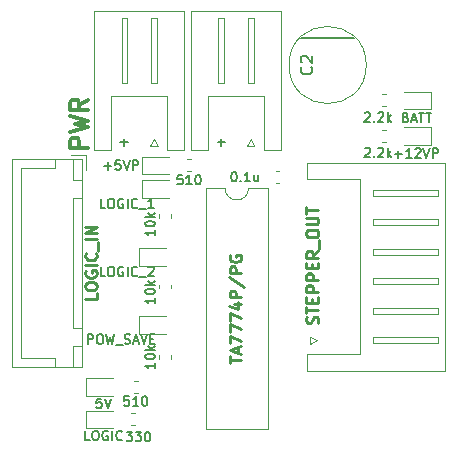
<source format=gbr>
G04 #@! TF.GenerationSoftware,KiCad,Pcbnew,(5.1.2)-1*
G04 #@! TF.CreationDate,2019-06-09T17:51:18+09:00*
G04 #@! TF.ProjectId,STEPPER_MOTOR04,53544550-5045-4525-9f4d-4f544f523034,rev?*
G04 #@! TF.SameCoordinates,Original*
G04 #@! TF.FileFunction,Legend,Top*
G04 #@! TF.FilePolarity,Positive*
%FSLAX46Y46*%
G04 Gerber Fmt 4.6, Leading zero omitted, Abs format (unit mm)*
G04 Created by KiCad (PCBNEW (5.1.2)-1) date 2019-06-09 17:51:18*
%MOMM*%
%LPD*%
G04 APERTURE LIST*
%ADD10C,0.150000*%
%ADD11C,0.200000*%
%ADD12C,0.120000*%
%ADD13C,0.250000*%
%ADD14C,0.375000*%
G04 APERTURE END LIST*
D10*
X121750000Y-74500000D02*
X126250000Y-74500000D01*
D11*
X114695238Y-83307142D02*
X115304761Y-83307142D01*
X115000000Y-83611904D02*
X115000000Y-83002380D01*
X106445238Y-83307142D02*
X107054761Y-83307142D01*
X106750000Y-83611904D02*
X106750000Y-83002380D01*
D12*
X103210000Y-84690000D02*
X97240000Y-84690000D01*
X97240000Y-84690000D02*
X97240000Y-102310000D01*
X97240000Y-102310000D02*
X103210000Y-102310000D01*
X103210000Y-102310000D02*
X103210000Y-84690000D01*
X103200000Y-88000000D02*
X102450000Y-88000000D01*
X102450000Y-88000000D02*
X102450000Y-99000000D01*
X102450000Y-99000000D02*
X103200000Y-99000000D01*
X103200000Y-99000000D02*
X103200000Y-88000000D01*
X103200000Y-84700000D02*
X102450000Y-84700000D01*
X102450000Y-84700000D02*
X102450000Y-86500000D01*
X102450000Y-86500000D02*
X103200000Y-86500000D01*
X103200000Y-86500000D02*
X103200000Y-84700000D01*
X103200000Y-100500000D02*
X102450000Y-100500000D01*
X102450000Y-100500000D02*
X102450000Y-102300000D01*
X102450000Y-102300000D02*
X103200000Y-102300000D01*
X103200000Y-102300000D02*
X103200000Y-100500000D01*
X100950000Y-84700000D02*
X100950000Y-85450000D01*
X100950000Y-85450000D02*
X98000000Y-85450000D01*
X98000000Y-85450000D02*
X98000000Y-93500000D01*
X100950000Y-102300000D02*
X100950000Y-101550000D01*
X100950000Y-101550000D02*
X98000000Y-101550000D01*
X98000000Y-101550000D02*
X98000000Y-93500000D01*
X103500000Y-85650000D02*
X103500000Y-84400000D01*
X103500000Y-84400000D02*
X102250000Y-84400000D01*
X110550000Y-84515000D02*
X108265000Y-84515000D01*
X108265000Y-84515000D02*
X108265000Y-85985000D01*
X108265000Y-85985000D02*
X110550000Y-85985000D01*
X103515000Y-107485000D02*
X105800000Y-107485000D01*
X103515000Y-106015000D02*
X103515000Y-107485000D01*
X105800000Y-106015000D02*
X103515000Y-106015000D01*
X130450000Y-83485000D02*
X132735000Y-83485000D01*
X132735000Y-83485000D02*
X132735000Y-82015000D01*
X132735000Y-82015000D02*
X130450000Y-82015000D01*
X107662779Y-106240000D02*
X107337221Y-106240000D01*
X107662779Y-107260000D02*
X107337221Y-107260000D01*
X128587221Y-83260000D02*
X128912779Y-83260000D01*
X128587221Y-82240000D02*
X128912779Y-82240000D01*
X110760000Y-95337221D02*
X110760000Y-95662779D01*
X109740000Y-95337221D02*
X109740000Y-95662779D01*
X110760000Y-101337221D02*
X110760000Y-101662779D01*
X109740000Y-101337221D02*
X109740000Y-101662779D01*
X109740000Y-89337221D02*
X109740000Y-89662779D01*
X110760000Y-89337221D02*
X110760000Y-89662779D01*
X112412779Y-85760000D02*
X112087221Y-85760000D01*
X112412779Y-84740000D02*
X112087221Y-84740000D01*
X119912779Y-86760000D02*
X119587221Y-86760000D01*
X119912779Y-85740000D02*
X119587221Y-85740000D01*
X105800000Y-103265000D02*
X103515000Y-103265000D01*
X103515000Y-103265000D02*
X103515000Y-104735000D01*
X103515000Y-104735000D02*
X105800000Y-104735000D01*
X132735000Y-79015000D02*
X130450000Y-79015000D01*
X132735000Y-80485000D02*
X132735000Y-79015000D01*
X130450000Y-80485000D02*
X132735000Y-80485000D01*
X107912779Y-104510000D02*
X107587221Y-104510000D01*
X107912779Y-103490000D02*
X107587221Y-103490000D01*
X128587221Y-80260000D02*
X128912779Y-80260000D01*
X128587221Y-79240000D02*
X128912779Y-79240000D01*
X109000000Y-83600000D02*
X109300000Y-83000000D01*
X109600000Y-83600000D02*
X109000000Y-83600000D01*
X109300000Y-83000000D02*
X109600000Y-83600000D01*
X106550000Y-78300000D02*
X107050000Y-78300000D01*
X106550000Y-72800000D02*
X106550000Y-78300000D01*
X107050000Y-72800000D02*
X106550000Y-72800000D01*
X107050000Y-78300000D02*
X107050000Y-72800000D01*
X109050000Y-78300000D02*
X109550000Y-78300000D01*
X109050000Y-72800000D02*
X109050000Y-78300000D01*
X109550000Y-72800000D02*
X109050000Y-72800000D01*
X109550000Y-78300000D02*
X109550000Y-72800000D01*
X105660000Y-79410000D02*
X108050000Y-79410000D01*
X105660000Y-83910000D02*
X105660000Y-79410000D01*
X104240000Y-83910000D02*
X105660000Y-83910000D01*
X104240000Y-72190000D02*
X104240000Y-83910000D01*
X108050000Y-72190000D02*
X104240000Y-72190000D01*
X110440000Y-79410000D02*
X108050000Y-79410000D01*
X110440000Y-83910000D02*
X110440000Y-79410000D01*
X111860000Y-83910000D02*
X110440000Y-83910000D01*
X111860000Y-72190000D02*
X111860000Y-83910000D01*
X108050000Y-72190000D02*
X111860000Y-72190000D01*
X133950000Y-93822000D02*
X133950000Y-102632000D01*
X133950000Y-102632000D02*
X122230000Y-102632000D01*
X122230000Y-102632000D02*
X122230000Y-101212000D01*
X122230000Y-101212000D02*
X126730000Y-101212000D01*
X126730000Y-101212000D02*
X126730000Y-93822000D01*
X133950000Y-93822000D02*
X133950000Y-85012000D01*
X133950000Y-85012000D02*
X122230000Y-85012000D01*
X122230000Y-85012000D02*
X122230000Y-86432000D01*
X122230000Y-86432000D02*
X126730000Y-86432000D01*
X126730000Y-86432000D02*
X126730000Y-93822000D01*
X127840000Y-100322000D02*
X133340000Y-100322000D01*
X133340000Y-100322000D02*
X133340000Y-99822000D01*
X133340000Y-99822000D02*
X127840000Y-99822000D01*
X127840000Y-99822000D02*
X127840000Y-100322000D01*
X127840000Y-97822000D02*
X133340000Y-97822000D01*
X133340000Y-97822000D02*
X133340000Y-97322000D01*
X133340000Y-97322000D02*
X127840000Y-97322000D01*
X127840000Y-97322000D02*
X127840000Y-97822000D01*
X127840000Y-95322000D02*
X133340000Y-95322000D01*
X133340000Y-95322000D02*
X133340000Y-94822000D01*
X133340000Y-94822000D02*
X127840000Y-94822000D01*
X127840000Y-94822000D02*
X127840000Y-95322000D01*
X127840000Y-92822000D02*
X133340000Y-92822000D01*
X133340000Y-92822000D02*
X133340000Y-92322000D01*
X133340000Y-92322000D02*
X127840000Y-92322000D01*
X127840000Y-92322000D02*
X127840000Y-92822000D01*
X127840000Y-90322000D02*
X133340000Y-90322000D01*
X133340000Y-90322000D02*
X133340000Y-89822000D01*
X133340000Y-89822000D02*
X127840000Y-89822000D01*
X127840000Y-89822000D02*
X127840000Y-90322000D01*
X127840000Y-87822000D02*
X133340000Y-87822000D01*
X133340000Y-87822000D02*
X133340000Y-87322000D01*
X133340000Y-87322000D02*
X127840000Y-87322000D01*
X127840000Y-87322000D02*
X127840000Y-87822000D01*
X123140000Y-100072000D02*
X122540000Y-100372000D01*
X122540000Y-100372000D02*
X122540000Y-99772000D01*
X122540000Y-99772000D02*
X123140000Y-100072000D01*
X116250000Y-72190000D02*
X120060000Y-72190000D01*
X120060000Y-72190000D02*
X120060000Y-83910000D01*
X120060000Y-83910000D02*
X118640000Y-83910000D01*
X118640000Y-83910000D02*
X118640000Y-79410000D01*
X118640000Y-79410000D02*
X116250000Y-79410000D01*
X116250000Y-72190000D02*
X112440000Y-72190000D01*
X112440000Y-72190000D02*
X112440000Y-83910000D01*
X112440000Y-83910000D02*
X113860000Y-83910000D01*
X113860000Y-83910000D02*
X113860000Y-79410000D01*
X113860000Y-79410000D02*
X116250000Y-79410000D01*
X117750000Y-78300000D02*
X117750000Y-72800000D01*
X117750000Y-72800000D02*
X117250000Y-72800000D01*
X117250000Y-72800000D02*
X117250000Y-78300000D01*
X117250000Y-78300000D02*
X117750000Y-78300000D01*
X115250000Y-78300000D02*
X115250000Y-72800000D01*
X115250000Y-72800000D02*
X114750000Y-72800000D01*
X114750000Y-72800000D02*
X114750000Y-78300000D01*
X114750000Y-78300000D02*
X115250000Y-78300000D01*
X117500000Y-83000000D02*
X117800000Y-83600000D01*
X117800000Y-83600000D02*
X117200000Y-83600000D01*
X117200000Y-83600000D02*
X117500000Y-83000000D01*
X127270000Y-76750000D02*
G75*
G03X127270000Y-76750000I-3270000J0D01*
G01*
X117310000Y-87170000D02*
G75*
G02X115310000Y-87170000I-1000000J0D01*
G01*
X115310000Y-87170000D02*
X113660000Y-87170000D01*
X113660000Y-87170000D02*
X113660000Y-107610000D01*
X113660000Y-107610000D02*
X118960000Y-107610000D01*
X118960000Y-107610000D02*
X118960000Y-87170000D01*
X118960000Y-87170000D02*
X117310000Y-87170000D01*
X110550000Y-86515000D02*
X108265000Y-86515000D01*
X108265000Y-86515000D02*
X108265000Y-87985000D01*
X108265000Y-87985000D02*
X110550000Y-87985000D01*
X108015000Y-93735000D02*
X110300000Y-93735000D01*
X108015000Y-92265000D02*
X108015000Y-93735000D01*
X110300000Y-92265000D02*
X108015000Y-92265000D01*
X110300000Y-98015000D02*
X108015000Y-98015000D01*
X108015000Y-98015000D02*
X108015000Y-99485000D01*
X108015000Y-99485000D02*
X110300000Y-99485000D01*
D13*
X104452380Y-96095238D02*
X104452380Y-96571428D01*
X103452380Y-96571428D01*
X103452380Y-95571428D02*
X103452380Y-95380952D01*
X103500000Y-95285714D01*
X103595238Y-95190476D01*
X103785714Y-95142857D01*
X104119047Y-95142857D01*
X104309523Y-95190476D01*
X104404761Y-95285714D01*
X104452380Y-95380952D01*
X104452380Y-95571428D01*
X104404761Y-95666666D01*
X104309523Y-95761904D01*
X104119047Y-95809523D01*
X103785714Y-95809523D01*
X103595238Y-95761904D01*
X103500000Y-95666666D01*
X103452380Y-95571428D01*
X103500000Y-94190476D02*
X103452380Y-94285714D01*
X103452380Y-94428571D01*
X103500000Y-94571428D01*
X103595238Y-94666666D01*
X103690476Y-94714285D01*
X103880952Y-94761904D01*
X104023809Y-94761904D01*
X104214285Y-94714285D01*
X104309523Y-94666666D01*
X104404761Y-94571428D01*
X104452380Y-94428571D01*
X104452380Y-94333333D01*
X104404761Y-94190476D01*
X104357142Y-94142857D01*
X104023809Y-94142857D01*
X104023809Y-94333333D01*
X104452380Y-93714285D02*
X103452380Y-93714285D01*
X104357142Y-92666666D02*
X104404761Y-92714285D01*
X104452380Y-92857142D01*
X104452380Y-92952380D01*
X104404761Y-93095238D01*
X104309523Y-93190476D01*
X104214285Y-93238095D01*
X104023809Y-93285714D01*
X103880952Y-93285714D01*
X103690476Y-93238095D01*
X103595238Y-93190476D01*
X103500000Y-93095238D01*
X103452380Y-92952380D01*
X103452380Y-92857142D01*
X103500000Y-92714285D01*
X103547619Y-92666666D01*
X104547619Y-92476190D02*
X104547619Y-91714285D01*
X104452380Y-91476190D02*
X103452380Y-91476190D01*
X104452380Y-91000000D02*
X103452380Y-91000000D01*
X104452380Y-90428571D01*
X103452380Y-90428571D01*
D10*
X105071428Y-85307142D02*
X105680952Y-85307142D01*
X105376190Y-85611904D02*
X105376190Y-85002380D01*
X106442857Y-84811904D02*
X106061904Y-84811904D01*
X106023809Y-85192857D01*
X106061904Y-85154761D01*
X106138095Y-85116666D01*
X106328571Y-85116666D01*
X106404761Y-85154761D01*
X106442857Y-85192857D01*
X106480952Y-85269047D01*
X106480952Y-85459523D01*
X106442857Y-85535714D01*
X106404761Y-85573809D01*
X106328571Y-85611904D01*
X106138095Y-85611904D01*
X106061904Y-85573809D01*
X106023809Y-85535714D01*
X106709523Y-84811904D02*
X106976190Y-85611904D01*
X107242857Y-84811904D01*
X107509523Y-85611904D02*
X107509523Y-84811904D01*
X107814285Y-84811904D01*
X107890476Y-84850000D01*
X107928571Y-84888095D01*
X107966666Y-84964285D01*
X107966666Y-85078571D01*
X107928571Y-85154761D01*
X107890476Y-85192857D01*
X107814285Y-85230952D01*
X107509523Y-85230952D01*
D11*
X103838095Y-108541904D02*
X103457142Y-108541904D01*
X103457142Y-107741904D01*
X104257142Y-107741904D02*
X104409523Y-107741904D01*
X104485714Y-107780000D01*
X104561904Y-107856190D01*
X104600000Y-108008571D01*
X104600000Y-108275238D01*
X104561904Y-108427619D01*
X104485714Y-108503809D01*
X104409523Y-108541904D01*
X104257142Y-108541904D01*
X104180952Y-108503809D01*
X104104761Y-108427619D01*
X104066666Y-108275238D01*
X104066666Y-108008571D01*
X104104761Y-107856190D01*
X104180952Y-107780000D01*
X104257142Y-107741904D01*
X105361904Y-107780000D02*
X105285714Y-107741904D01*
X105171428Y-107741904D01*
X105057142Y-107780000D01*
X104980952Y-107856190D01*
X104942857Y-107932380D01*
X104904761Y-108084761D01*
X104904761Y-108199047D01*
X104942857Y-108351428D01*
X104980952Y-108427619D01*
X105057142Y-108503809D01*
X105171428Y-108541904D01*
X105247619Y-108541904D01*
X105361904Y-108503809D01*
X105400000Y-108465714D01*
X105400000Y-108199047D01*
X105247619Y-108199047D01*
X105742857Y-108541904D02*
X105742857Y-107741904D01*
X106580952Y-108465714D02*
X106542857Y-108503809D01*
X106428571Y-108541904D01*
X106352380Y-108541904D01*
X106238095Y-108503809D01*
X106161904Y-108427619D01*
X106123809Y-108351428D01*
X106085714Y-108199047D01*
X106085714Y-108084761D01*
X106123809Y-107932380D01*
X106161904Y-107856190D01*
X106238095Y-107780000D01*
X106352380Y-107741904D01*
X106428571Y-107741904D01*
X106542857Y-107780000D01*
X106580952Y-107818095D01*
X129690476Y-84307142D02*
X130300000Y-84307142D01*
X129995238Y-84611904D02*
X129995238Y-84002380D01*
X131100000Y-84611904D02*
X130642857Y-84611904D01*
X130871428Y-84611904D02*
X130871428Y-83811904D01*
X130795238Y-83926190D01*
X130719047Y-84002380D01*
X130642857Y-84040476D01*
X131404761Y-83888095D02*
X131442857Y-83850000D01*
X131519047Y-83811904D01*
X131709523Y-83811904D01*
X131785714Y-83850000D01*
X131823809Y-83888095D01*
X131861904Y-83964285D01*
X131861904Y-84040476D01*
X131823809Y-84154761D01*
X131366666Y-84611904D01*
X131861904Y-84611904D01*
X132090476Y-83811904D02*
X132357142Y-84611904D01*
X132623809Y-83811904D01*
X132890476Y-84611904D02*
X132890476Y-83811904D01*
X133195238Y-83811904D01*
X133271428Y-83850000D01*
X133309523Y-83888095D01*
X133347619Y-83964285D01*
X133347619Y-84078571D01*
X133309523Y-84154761D01*
X133271428Y-84192857D01*
X133195238Y-84230952D01*
X132890476Y-84230952D01*
D10*
X106971428Y-107811904D02*
X107466666Y-107811904D01*
X107200000Y-108116666D01*
X107314285Y-108116666D01*
X107390476Y-108154761D01*
X107428571Y-108192857D01*
X107466666Y-108269047D01*
X107466666Y-108459523D01*
X107428571Y-108535714D01*
X107390476Y-108573809D01*
X107314285Y-108611904D01*
X107085714Y-108611904D01*
X107009523Y-108573809D01*
X106971428Y-108535714D01*
X107733333Y-107811904D02*
X108228571Y-107811904D01*
X107961904Y-108116666D01*
X108076190Y-108116666D01*
X108152380Y-108154761D01*
X108190476Y-108192857D01*
X108228571Y-108269047D01*
X108228571Y-108459523D01*
X108190476Y-108535714D01*
X108152380Y-108573809D01*
X108076190Y-108611904D01*
X107847619Y-108611904D01*
X107771428Y-108573809D01*
X107733333Y-108535714D01*
X108723809Y-107811904D02*
X108800000Y-107811904D01*
X108876190Y-107850000D01*
X108914285Y-107888095D01*
X108952380Y-107964285D01*
X108990476Y-108116666D01*
X108990476Y-108307142D01*
X108952380Y-108459523D01*
X108914285Y-108535714D01*
X108876190Y-108573809D01*
X108800000Y-108611904D01*
X108723809Y-108611904D01*
X108647619Y-108573809D01*
X108609523Y-108535714D01*
X108571428Y-108459523D01*
X108533333Y-108307142D01*
X108533333Y-108116666D01*
X108571428Y-107964285D01*
X108609523Y-107888095D01*
X108647619Y-107850000D01*
X108723809Y-107811904D01*
X127126190Y-83818095D02*
X127164285Y-83780000D01*
X127240476Y-83741904D01*
X127430952Y-83741904D01*
X127507142Y-83780000D01*
X127545238Y-83818095D01*
X127583333Y-83894285D01*
X127583333Y-83970476D01*
X127545238Y-84084761D01*
X127088095Y-84541904D01*
X127583333Y-84541904D01*
X127926190Y-84465714D02*
X127964285Y-84503809D01*
X127926190Y-84541904D01*
X127888095Y-84503809D01*
X127926190Y-84465714D01*
X127926190Y-84541904D01*
X128269047Y-83818095D02*
X128307142Y-83780000D01*
X128383333Y-83741904D01*
X128573809Y-83741904D01*
X128650000Y-83780000D01*
X128688095Y-83818095D01*
X128726190Y-83894285D01*
X128726190Y-83970476D01*
X128688095Y-84084761D01*
X128230952Y-84541904D01*
X128726190Y-84541904D01*
X129069047Y-84541904D02*
X129069047Y-83741904D01*
X129145238Y-84237142D02*
X129373809Y-84541904D01*
X129373809Y-84008571D02*
X129069047Y-84313333D01*
X109361904Y-96476190D02*
X109361904Y-96933333D01*
X109361904Y-96704761D02*
X108561904Y-96704761D01*
X108676190Y-96780952D01*
X108752380Y-96857142D01*
X108790476Y-96933333D01*
X108561904Y-95980952D02*
X108561904Y-95904761D01*
X108600000Y-95828571D01*
X108638095Y-95790476D01*
X108714285Y-95752380D01*
X108866666Y-95714285D01*
X109057142Y-95714285D01*
X109209523Y-95752380D01*
X109285714Y-95790476D01*
X109323809Y-95828571D01*
X109361904Y-95904761D01*
X109361904Y-95980952D01*
X109323809Y-96057142D01*
X109285714Y-96095238D01*
X109209523Y-96133333D01*
X109057142Y-96171428D01*
X108866666Y-96171428D01*
X108714285Y-96133333D01*
X108638095Y-96095238D01*
X108600000Y-96057142D01*
X108561904Y-95980952D01*
X109361904Y-95371428D02*
X108561904Y-95371428D01*
X109057142Y-95295238D02*
X109361904Y-95066666D01*
X108828571Y-95066666D02*
X109133333Y-95371428D01*
X109361904Y-101976190D02*
X109361904Y-102433333D01*
X109361904Y-102204761D02*
X108561904Y-102204761D01*
X108676190Y-102280952D01*
X108752380Y-102357142D01*
X108790476Y-102433333D01*
X108561904Y-101480952D02*
X108561904Y-101404761D01*
X108600000Y-101328571D01*
X108638095Y-101290476D01*
X108714285Y-101252380D01*
X108866666Y-101214285D01*
X109057142Y-101214285D01*
X109209523Y-101252380D01*
X109285714Y-101290476D01*
X109323809Y-101328571D01*
X109361904Y-101404761D01*
X109361904Y-101480952D01*
X109323809Y-101557142D01*
X109285714Y-101595238D01*
X109209523Y-101633333D01*
X109057142Y-101671428D01*
X108866666Y-101671428D01*
X108714285Y-101633333D01*
X108638095Y-101595238D01*
X108600000Y-101557142D01*
X108561904Y-101480952D01*
X109361904Y-100871428D02*
X108561904Y-100871428D01*
X109057142Y-100795238D02*
X109361904Y-100566666D01*
X108828571Y-100566666D02*
X109133333Y-100871428D01*
X109361904Y-90726190D02*
X109361904Y-91183333D01*
X109361904Y-90954761D02*
X108561904Y-90954761D01*
X108676190Y-91030952D01*
X108752380Y-91107142D01*
X108790476Y-91183333D01*
X108561904Y-90230952D02*
X108561904Y-90154761D01*
X108600000Y-90078571D01*
X108638095Y-90040476D01*
X108714285Y-90002380D01*
X108866666Y-89964285D01*
X109057142Y-89964285D01*
X109209523Y-90002380D01*
X109285714Y-90040476D01*
X109323809Y-90078571D01*
X109361904Y-90154761D01*
X109361904Y-90230952D01*
X109323809Y-90307142D01*
X109285714Y-90345238D01*
X109209523Y-90383333D01*
X109057142Y-90421428D01*
X108866666Y-90421428D01*
X108714285Y-90383333D01*
X108638095Y-90345238D01*
X108600000Y-90307142D01*
X108561904Y-90230952D01*
X109361904Y-89621428D02*
X108561904Y-89621428D01*
X109057142Y-89545238D02*
X109361904Y-89316666D01*
X108828571Y-89316666D02*
X109133333Y-89621428D01*
X111678571Y-86061904D02*
X111297619Y-86061904D01*
X111259523Y-86442857D01*
X111297619Y-86404761D01*
X111373809Y-86366666D01*
X111564285Y-86366666D01*
X111640476Y-86404761D01*
X111678571Y-86442857D01*
X111716666Y-86519047D01*
X111716666Y-86709523D01*
X111678571Y-86785714D01*
X111640476Y-86823809D01*
X111564285Y-86861904D01*
X111373809Y-86861904D01*
X111297619Y-86823809D01*
X111259523Y-86785714D01*
X112478571Y-86861904D02*
X112021428Y-86861904D01*
X112250000Y-86861904D02*
X112250000Y-86061904D01*
X112173809Y-86176190D01*
X112097619Y-86252380D01*
X112021428Y-86290476D01*
X112973809Y-86061904D02*
X113050000Y-86061904D01*
X113126190Y-86100000D01*
X113164285Y-86138095D01*
X113202380Y-86214285D01*
X113240476Y-86366666D01*
X113240476Y-86557142D01*
X113202380Y-86709523D01*
X113164285Y-86785714D01*
X113126190Y-86823809D01*
X113050000Y-86861904D01*
X112973809Y-86861904D01*
X112897619Y-86823809D01*
X112859523Y-86785714D01*
X112821428Y-86709523D01*
X112783333Y-86557142D01*
X112783333Y-86366666D01*
X112821428Y-86214285D01*
X112859523Y-86138095D01*
X112897619Y-86100000D01*
X112973809Y-86061904D01*
X116028571Y-85811904D02*
X116104761Y-85811904D01*
X116180952Y-85850000D01*
X116219047Y-85888095D01*
X116257142Y-85964285D01*
X116295238Y-86116666D01*
X116295238Y-86307142D01*
X116257142Y-86459523D01*
X116219047Y-86535714D01*
X116180952Y-86573809D01*
X116104761Y-86611904D01*
X116028571Y-86611904D01*
X115952380Y-86573809D01*
X115914285Y-86535714D01*
X115876190Y-86459523D01*
X115838095Y-86307142D01*
X115838095Y-86116666D01*
X115876190Y-85964285D01*
X115914285Y-85888095D01*
X115952380Y-85850000D01*
X116028571Y-85811904D01*
X116638095Y-86535714D02*
X116676190Y-86573809D01*
X116638095Y-86611904D01*
X116600000Y-86573809D01*
X116638095Y-86535714D01*
X116638095Y-86611904D01*
X117438095Y-86611904D02*
X116980952Y-86611904D01*
X117209523Y-86611904D02*
X117209523Y-85811904D01*
X117133333Y-85926190D01*
X117057142Y-86002380D01*
X116980952Y-86040476D01*
X118123809Y-86078571D02*
X118123809Y-86611904D01*
X117780952Y-86078571D02*
X117780952Y-86497619D01*
X117819047Y-86573809D01*
X117895238Y-86611904D01*
X118009523Y-86611904D01*
X118085714Y-86573809D01*
X118123809Y-86535714D01*
D11*
X104847619Y-104991904D02*
X104466666Y-104991904D01*
X104428571Y-105372857D01*
X104466666Y-105334761D01*
X104542857Y-105296666D01*
X104733333Y-105296666D01*
X104809523Y-105334761D01*
X104847619Y-105372857D01*
X104885714Y-105449047D01*
X104885714Y-105639523D01*
X104847619Y-105715714D01*
X104809523Y-105753809D01*
X104733333Y-105791904D01*
X104542857Y-105791904D01*
X104466666Y-105753809D01*
X104428571Y-105715714D01*
X105114285Y-104991904D02*
X105380952Y-105791904D01*
X105647619Y-104991904D01*
X130604761Y-81192857D02*
X130719047Y-81230952D01*
X130757142Y-81269047D01*
X130795238Y-81345238D01*
X130795238Y-81459523D01*
X130757142Y-81535714D01*
X130719047Y-81573809D01*
X130642857Y-81611904D01*
X130338095Y-81611904D01*
X130338095Y-80811904D01*
X130604761Y-80811904D01*
X130680952Y-80850000D01*
X130719047Y-80888095D01*
X130757142Y-80964285D01*
X130757142Y-81040476D01*
X130719047Y-81116666D01*
X130680952Y-81154761D01*
X130604761Y-81192857D01*
X130338095Y-81192857D01*
X131100000Y-81383333D02*
X131480952Y-81383333D01*
X131023809Y-81611904D02*
X131290476Y-80811904D01*
X131557142Y-81611904D01*
X131709523Y-80811904D02*
X132166666Y-80811904D01*
X131938095Y-81611904D02*
X131938095Y-80811904D01*
X132319047Y-80811904D02*
X132776190Y-80811904D01*
X132547619Y-81611904D02*
X132547619Y-80811904D01*
D10*
X107178571Y-104811904D02*
X106797619Y-104811904D01*
X106759523Y-105192857D01*
X106797619Y-105154761D01*
X106873809Y-105116666D01*
X107064285Y-105116666D01*
X107140476Y-105154761D01*
X107178571Y-105192857D01*
X107216666Y-105269047D01*
X107216666Y-105459523D01*
X107178571Y-105535714D01*
X107140476Y-105573809D01*
X107064285Y-105611904D01*
X106873809Y-105611904D01*
X106797619Y-105573809D01*
X106759523Y-105535714D01*
X107978571Y-105611904D02*
X107521428Y-105611904D01*
X107750000Y-105611904D02*
X107750000Y-104811904D01*
X107673809Y-104926190D01*
X107597619Y-105002380D01*
X107521428Y-105040476D01*
X108473809Y-104811904D02*
X108550000Y-104811904D01*
X108626190Y-104850000D01*
X108664285Y-104888095D01*
X108702380Y-104964285D01*
X108740476Y-105116666D01*
X108740476Y-105307142D01*
X108702380Y-105459523D01*
X108664285Y-105535714D01*
X108626190Y-105573809D01*
X108550000Y-105611904D01*
X108473809Y-105611904D01*
X108397619Y-105573809D01*
X108359523Y-105535714D01*
X108321428Y-105459523D01*
X108283333Y-105307142D01*
X108283333Y-105116666D01*
X108321428Y-104964285D01*
X108359523Y-104888095D01*
X108397619Y-104850000D01*
X108473809Y-104811904D01*
X127126190Y-80818095D02*
X127164285Y-80780000D01*
X127240476Y-80741904D01*
X127430952Y-80741904D01*
X127507142Y-80780000D01*
X127545238Y-80818095D01*
X127583333Y-80894285D01*
X127583333Y-80970476D01*
X127545238Y-81084761D01*
X127088095Y-81541904D01*
X127583333Y-81541904D01*
X127926190Y-81465714D02*
X127964285Y-81503809D01*
X127926190Y-81541904D01*
X127888095Y-81503809D01*
X127926190Y-81465714D01*
X127926190Y-81541904D01*
X128269047Y-80818095D02*
X128307142Y-80780000D01*
X128383333Y-80741904D01*
X128573809Y-80741904D01*
X128650000Y-80780000D01*
X128688095Y-80818095D01*
X128726190Y-80894285D01*
X128726190Y-80970476D01*
X128688095Y-81084761D01*
X128230952Y-81541904D01*
X128726190Y-81541904D01*
X129069047Y-81541904D02*
X129069047Y-80741904D01*
X129145238Y-81237142D02*
X129373809Y-81541904D01*
X129373809Y-81008571D02*
X129069047Y-81313333D01*
D14*
X103678571Y-83750000D02*
X102178571Y-83750000D01*
X102178571Y-83178571D01*
X102250000Y-83035714D01*
X102321428Y-82964285D01*
X102464285Y-82892857D01*
X102678571Y-82892857D01*
X102821428Y-82964285D01*
X102892857Y-83035714D01*
X102964285Y-83178571D01*
X102964285Y-83750000D01*
X102178571Y-82392857D02*
X103678571Y-82035714D01*
X102607142Y-81750000D01*
X103678571Y-81464285D01*
X102178571Y-81107142D01*
X103678571Y-79678571D02*
X102964285Y-80178571D01*
X103678571Y-80535714D02*
X102178571Y-80535714D01*
X102178571Y-79964285D01*
X102250000Y-79821428D01*
X102321428Y-79750000D01*
X102464285Y-79678571D01*
X102678571Y-79678571D01*
X102821428Y-79750000D01*
X102892857Y-79821428D01*
X102964285Y-79964285D01*
X102964285Y-80535714D01*
D13*
X123154761Y-98630952D02*
X123202380Y-98488095D01*
X123202380Y-98250000D01*
X123154761Y-98154761D01*
X123107142Y-98107142D01*
X123011904Y-98059523D01*
X122916666Y-98059523D01*
X122821428Y-98107142D01*
X122773809Y-98154761D01*
X122726190Y-98250000D01*
X122678571Y-98440476D01*
X122630952Y-98535714D01*
X122583333Y-98583333D01*
X122488095Y-98630952D01*
X122392857Y-98630952D01*
X122297619Y-98583333D01*
X122250000Y-98535714D01*
X122202380Y-98440476D01*
X122202380Y-98202380D01*
X122250000Y-98059523D01*
X122202380Y-97773809D02*
X122202380Y-97202380D01*
X123202380Y-97488095D02*
X122202380Y-97488095D01*
X122678571Y-96869047D02*
X122678571Y-96535714D01*
X123202380Y-96392857D02*
X123202380Y-96869047D01*
X122202380Y-96869047D01*
X122202380Y-96392857D01*
X123202380Y-95964285D02*
X122202380Y-95964285D01*
X122202380Y-95583333D01*
X122250000Y-95488095D01*
X122297619Y-95440476D01*
X122392857Y-95392857D01*
X122535714Y-95392857D01*
X122630952Y-95440476D01*
X122678571Y-95488095D01*
X122726190Y-95583333D01*
X122726190Y-95964285D01*
X123202380Y-94964285D02*
X122202380Y-94964285D01*
X122202380Y-94583333D01*
X122250000Y-94488095D01*
X122297619Y-94440476D01*
X122392857Y-94392857D01*
X122535714Y-94392857D01*
X122630952Y-94440476D01*
X122678571Y-94488095D01*
X122726190Y-94583333D01*
X122726190Y-94964285D01*
X122678571Y-93964285D02*
X122678571Y-93630952D01*
X123202380Y-93488095D02*
X123202380Y-93964285D01*
X122202380Y-93964285D01*
X122202380Y-93488095D01*
X123202380Y-92488095D02*
X122726190Y-92821428D01*
X123202380Y-93059523D02*
X122202380Y-93059523D01*
X122202380Y-92678571D01*
X122250000Y-92583333D01*
X122297619Y-92535714D01*
X122392857Y-92488095D01*
X122535714Y-92488095D01*
X122630952Y-92535714D01*
X122678571Y-92583333D01*
X122726190Y-92678571D01*
X122726190Y-93059523D01*
X123297619Y-92297619D02*
X123297619Y-91535714D01*
X122202380Y-91107142D02*
X122202380Y-90916666D01*
X122250000Y-90821428D01*
X122345238Y-90726190D01*
X122535714Y-90678571D01*
X122869047Y-90678571D01*
X123059523Y-90726190D01*
X123154761Y-90821428D01*
X123202380Y-90916666D01*
X123202380Y-91107142D01*
X123154761Y-91202380D01*
X123059523Y-91297619D01*
X122869047Y-91345238D01*
X122535714Y-91345238D01*
X122345238Y-91297619D01*
X122250000Y-91202380D01*
X122202380Y-91107142D01*
X122202380Y-90250000D02*
X123011904Y-90250000D01*
X123107142Y-90202380D01*
X123154761Y-90154761D01*
X123202380Y-90059523D01*
X123202380Y-89869047D01*
X123154761Y-89773809D01*
X123107142Y-89726190D01*
X123011904Y-89678571D01*
X122202380Y-89678571D01*
X122202380Y-89345238D02*
X122202380Y-88773809D01*
X123202380Y-89059523D02*
X122202380Y-89059523D01*
D10*
X122607142Y-76916666D02*
X122654761Y-76964285D01*
X122702380Y-77107142D01*
X122702380Y-77202380D01*
X122654761Y-77345238D01*
X122559523Y-77440476D01*
X122464285Y-77488095D01*
X122273809Y-77535714D01*
X122130952Y-77535714D01*
X121940476Y-77488095D01*
X121845238Y-77440476D01*
X121750000Y-77345238D01*
X121702380Y-77202380D01*
X121702380Y-77107142D01*
X121750000Y-76964285D01*
X121797619Y-76916666D01*
X121797619Y-76535714D02*
X121750000Y-76488095D01*
X121702380Y-76392857D01*
X121702380Y-76154761D01*
X121750000Y-76059523D01*
X121797619Y-76011904D01*
X121892857Y-75964285D01*
X121988095Y-75964285D01*
X122130952Y-76011904D01*
X122702380Y-76583333D01*
X122702380Y-75964285D01*
D13*
X115702380Y-101992857D02*
X115702380Y-101421428D01*
X116702380Y-101707142D02*
X115702380Y-101707142D01*
X116416666Y-101135714D02*
X116416666Y-100659523D01*
X116702380Y-101230952D02*
X115702380Y-100897619D01*
X116702380Y-100564285D01*
X115702380Y-100326190D02*
X115702380Y-99659523D01*
X116702380Y-100088095D01*
X115702380Y-99373809D02*
X115702380Y-98707142D01*
X116702380Y-99135714D01*
X115702380Y-98421428D02*
X115702380Y-97754761D01*
X116702380Y-98183333D01*
X116035714Y-96945238D02*
X116702380Y-96945238D01*
X115654761Y-97183333D02*
X116369047Y-97421428D01*
X116369047Y-96802380D01*
X116702380Y-96421428D02*
X115702380Y-96421428D01*
X115702380Y-96040476D01*
X115750000Y-95945238D01*
X115797619Y-95897619D01*
X115892857Y-95850000D01*
X116035714Y-95850000D01*
X116130952Y-95897619D01*
X116178571Y-95945238D01*
X116226190Y-96040476D01*
X116226190Y-96421428D01*
X115654761Y-94707142D02*
X116940476Y-95564285D01*
X116702380Y-94373809D02*
X115702380Y-94373809D01*
X115702380Y-93992857D01*
X115750000Y-93897619D01*
X115797619Y-93850000D01*
X115892857Y-93802380D01*
X116035714Y-93802380D01*
X116130952Y-93850000D01*
X116178571Y-93897619D01*
X116226190Y-93992857D01*
X116226190Y-94373809D01*
X115750000Y-92850000D02*
X115702380Y-92945238D01*
X115702380Y-93088095D01*
X115750000Y-93230952D01*
X115845238Y-93326190D01*
X115940476Y-93373809D01*
X116130952Y-93421428D01*
X116273809Y-93421428D01*
X116464285Y-93373809D01*
X116559523Y-93326190D01*
X116654761Y-93230952D01*
X116702380Y-93088095D01*
X116702380Y-92992857D01*
X116654761Y-92850000D01*
X116607142Y-92802380D01*
X116273809Y-92802380D01*
X116273809Y-92992857D01*
D10*
X105152380Y-88861904D02*
X104771428Y-88861904D01*
X104771428Y-88061904D01*
X105571428Y-88061904D02*
X105723809Y-88061904D01*
X105800000Y-88100000D01*
X105876190Y-88176190D01*
X105914285Y-88328571D01*
X105914285Y-88595238D01*
X105876190Y-88747619D01*
X105800000Y-88823809D01*
X105723809Y-88861904D01*
X105571428Y-88861904D01*
X105495238Y-88823809D01*
X105419047Y-88747619D01*
X105380952Y-88595238D01*
X105380952Y-88328571D01*
X105419047Y-88176190D01*
X105495238Y-88100000D01*
X105571428Y-88061904D01*
X106676190Y-88100000D02*
X106600000Y-88061904D01*
X106485714Y-88061904D01*
X106371428Y-88100000D01*
X106295238Y-88176190D01*
X106257142Y-88252380D01*
X106219047Y-88404761D01*
X106219047Y-88519047D01*
X106257142Y-88671428D01*
X106295238Y-88747619D01*
X106371428Y-88823809D01*
X106485714Y-88861904D01*
X106561904Y-88861904D01*
X106676190Y-88823809D01*
X106714285Y-88785714D01*
X106714285Y-88519047D01*
X106561904Y-88519047D01*
X107057142Y-88861904D02*
X107057142Y-88061904D01*
X107895238Y-88785714D02*
X107857142Y-88823809D01*
X107742857Y-88861904D01*
X107666666Y-88861904D01*
X107552380Y-88823809D01*
X107476190Y-88747619D01*
X107438095Y-88671428D01*
X107400000Y-88519047D01*
X107400000Y-88404761D01*
X107438095Y-88252380D01*
X107476190Y-88176190D01*
X107552380Y-88100000D01*
X107666666Y-88061904D01*
X107742857Y-88061904D01*
X107857142Y-88100000D01*
X107895238Y-88138095D01*
X108047619Y-88938095D02*
X108657142Y-88938095D01*
X109266666Y-88861904D02*
X108809523Y-88861904D01*
X109038095Y-88861904D02*
X109038095Y-88061904D01*
X108961904Y-88176190D01*
X108885714Y-88252380D01*
X108809523Y-88290476D01*
X105152380Y-94611904D02*
X104771428Y-94611904D01*
X104771428Y-93811904D01*
X105571428Y-93811904D02*
X105723809Y-93811904D01*
X105800000Y-93850000D01*
X105876190Y-93926190D01*
X105914285Y-94078571D01*
X105914285Y-94345238D01*
X105876190Y-94497619D01*
X105800000Y-94573809D01*
X105723809Y-94611904D01*
X105571428Y-94611904D01*
X105495238Y-94573809D01*
X105419047Y-94497619D01*
X105380952Y-94345238D01*
X105380952Y-94078571D01*
X105419047Y-93926190D01*
X105495238Y-93850000D01*
X105571428Y-93811904D01*
X106676190Y-93850000D02*
X106600000Y-93811904D01*
X106485714Y-93811904D01*
X106371428Y-93850000D01*
X106295238Y-93926190D01*
X106257142Y-94002380D01*
X106219047Y-94154761D01*
X106219047Y-94269047D01*
X106257142Y-94421428D01*
X106295238Y-94497619D01*
X106371428Y-94573809D01*
X106485714Y-94611904D01*
X106561904Y-94611904D01*
X106676190Y-94573809D01*
X106714285Y-94535714D01*
X106714285Y-94269047D01*
X106561904Y-94269047D01*
X107057142Y-94611904D02*
X107057142Y-93811904D01*
X107895238Y-94535714D02*
X107857142Y-94573809D01*
X107742857Y-94611904D01*
X107666666Y-94611904D01*
X107552380Y-94573809D01*
X107476190Y-94497619D01*
X107438095Y-94421428D01*
X107400000Y-94269047D01*
X107400000Y-94154761D01*
X107438095Y-94002380D01*
X107476190Y-93926190D01*
X107552380Y-93850000D01*
X107666666Y-93811904D01*
X107742857Y-93811904D01*
X107857142Y-93850000D01*
X107895238Y-93888095D01*
X108047619Y-94688095D02*
X108657142Y-94688095D01*
X108809523Y-93888095D02*
X108847619Y-93850000D01*
X108923809Y-93811904D01*
X109114285Y-93811904D01*
X109190476Y-93850000D01*
X109228571Y-93888095D01*
X109266666Y-93964285D01*
X109266666Y-94040476D01*
X109228571Y-94154761D01*
X108771428Y-94611904D01*
X109266666Y-94611904D01*
X103680952Y-100361904D02*
X103680952Y-99561904D01*
X103985714Y-99561904D01*
X104061904Y-99600000D01*
X104100000Y-99638095D01*
X104138095Y-99714285D01*
X104138095Y-99828571D01*
X104100000Y-99904761D01*
X104061904Y-99942857D01*
X103985714Y-99980952D01*
X103680952Y-99980952D01*
X104633333Y-99561904D02*
X104785714Y-99561904D01*
X104861904Y-99600000D01*
X104938095Y-99676190D01*
X104976190Y-99828571D01*
X104976190Y-100095238D01*
X104938095Y-100247619D01*
X104861904Y-100323809D01*
X104785714Y-100361904D01*
X104633333Y-100361904D01*
X104557142Y-100323809D01*
X104480952Y-100247619D01*
X104442857Y-100095238D01*
X104442857Y-99828571D01*
X104480952Y-99676190D01*
X104557142Y-99600000D01*
X104633333Y-99561904D01*
X105242857Y-99561904D02*
X105433333Y-100361904D01*
X105585714Y-99790476D01*
X105738095Y-100361904D01*
X105928571Y-99561904D01*
X106042857Y-100438095D02*
X106652380Y-100438095D01*
X106804761Y-100323809D02*
X106919047Y-100361904D01*
X107109523Y-100361904D01*
X107185714Y-100323809D01*
X107223809Y-100285714D01*
X107261904Y-100209523D01*
X107261904Y-100133333D01*
X107223809Y-100057142D01*
X107185714Y-100019047D01*
X107109523Y-99980952D01*
X106957142Y-99942857D01*
X106880952Y-99904761D01*
X106842857Y-99866666D01*
X106804761Y-99790476D01*
X106804761Y-99714285D01*
X106842857Y-99638095D01*
X106880952Y-99600000D01*
X106957142Y-99561904D01*
X107147619Y-99561904D01*
X107261904Y-99600000D01*
X107566666Y-100133333D02*
X107947619Y-100133333D01*
X107490476Y-100361904D02*
X107757142Y-99561904D01*
X108023809Y-100361904D01*
X108176190Y-99561904D02*
X108442857Y-100361904D01*
X108709523Y-99561904D01*
X108976190Y-99942857D02*
X109242857Y-99942857D01*
X109357142Y-100361904D02*
X108976190Y-100361904D01*
X108976190Y-99561904D01*
X109357142Y-99561904D01*
M02*

</source>
